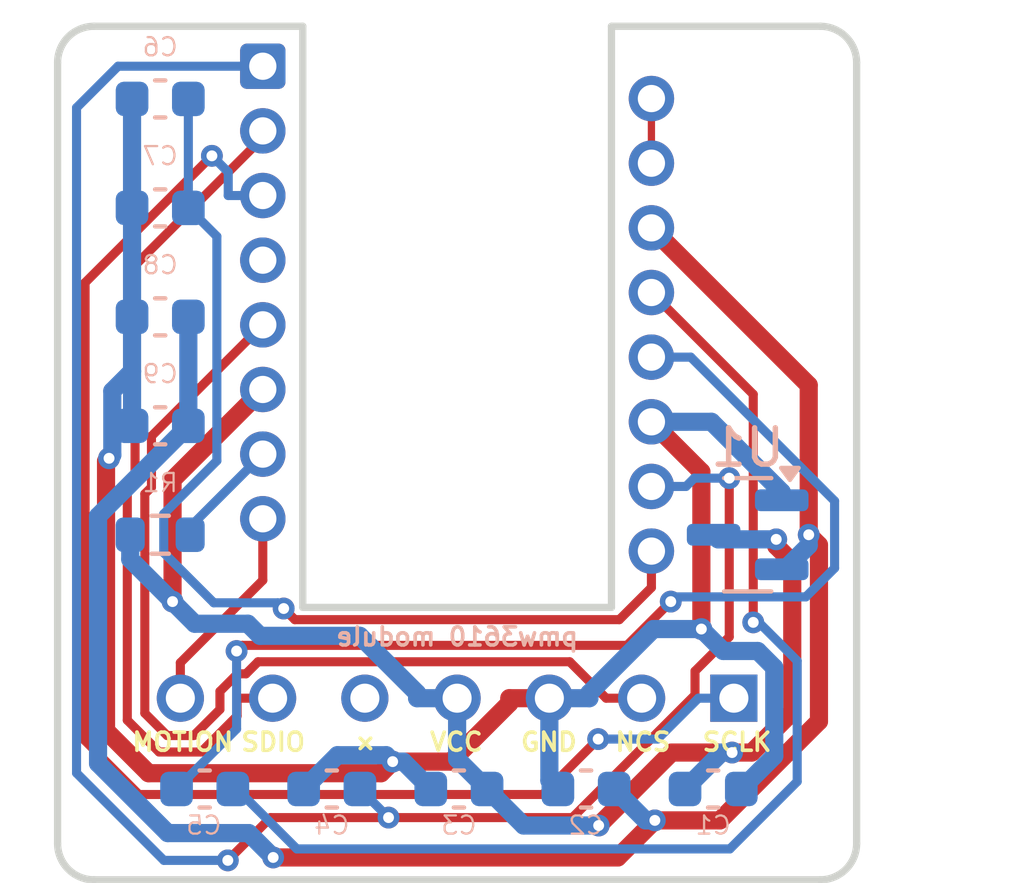
<source format=kicad_pcb>
(kicad_pcb (version 20240108) (generator "pcbnew") (generator_version "8.0")
  (layers (0 "F.Cu" signal) (31 "B.Cu" signal) (34 "B.Paste" user) (35 "F.Paste" user) (36 "B.SilkS" user "B.Silkscreen") (37 "F.SilkS" user "F.Silkscreen") (38 "B.Mask" user) (39 "F.Mask" user) (44 "Edge.Cuts" user))
  (net 0 "")
  (net 1 "VCC")
  (net 2 "GND")
  (net 3 "+1V9")
  (net 4 "Net-(U2-+VCSEL)")
  (net 5 "Net-(U2-CP)")
  (net 6 "Net-(U2-CN)")
  (net 7 "Net-(U2-VCP)")
  (net 8 "SDIO_2")
  (net 9 "SCLK_2")
  (net 10 "MOTION_2")
  (net 11 "NCS_2")
  (net 12 "Net-(U2-NRESET)")
  (net 13 "Net-(U2--VCSEL)")
  (footprint "pmw3610_breakout:PMW3610DM-SUDU 16Pin" (layer "F.Cu") (at 136 87.268 90)
    (property "Reference" "U2" (hide yes))
    (property "Value" "PMW3610")
    (pad "1" thru_hole roundrect (at 6.168 -5.35 270) (size 1.25 1.25) (drill 0.75) (layers "*.Cu" "*.Mask") (roundrect_rratio 0.15) (net 4 "Net-(U2-+VCSEL)"))
    (pad "2" thru_hole oval (at 4.388 -5.35 270) (size 1.25 1.25) (drill 0.75) (layers "*.Cu" "*.Mask") (net 8 "SDIO_2"))
    (pad "3" thru_hole oval (at 2.608 -5.35 270) (size 1.25 1.25) (drill 0.75) (layers "*.Cu" "*.Mask") (net 9 "SCLK_2"))
    (pad "4" thru_hole oval (at 0.828 -5.35 270) (size 1.25 1.25) (drill 0.75) (layers "*.Cu" "*.Mask"))
    (pad "5" thru_hole oval (at -0.952 -5.35 270) (size 1.25 1.25) (drill 0.75) (layers "*.Cu" "*.Mask") (net 11 "NCS_2"))
    (pad "6" thru_hole oval (at -2.732 -5.35 270) (size 1.25 1.25) (drill 0.75) (layers "*.Cu" "*.Mask") (net 1 "VCC"))
    (pad "7" thru_hole oval (at -4.512 -5.35 270) (size 1.25 1.25) (drill 0.75) (layers "*.Cu" "*.Mask") (net 12 "Net-(U2-NRESET)"))
    (pad "8" thru_hole oval (at -6.292 -5.35 270) (size 1.25 1.25) (drill 0.75) (layers "*.Cu" "*.Mask") (net 10 "MOTION_2"))
    (pad "9" thru_hole oval (at -7.182 5.35 270) (size 1.25 1.25) (drill 0.75) (layers "*.Cu" "*.Mask") (net 7 "Net-(U2-VCP)"))
    (pad "10" thru_hole oval (at -5.402 5.35 270) (size 1.25 1.25) (drill 0.75) (layers "*.Cu" "*.Mask") (net 4 "Net-(U2-+VCSEL)"))
    (pad "11" thru_hole oval (at -3.622 5.35 270) (size 1.25 1.25) (drill 0.75) (layers "*.Cu" "*.Mask") (net 2 "GND"))
    (pad "12" thru_hole oval (at -1.842 5.35 270) (size 1.25 1.25) (drill 0.75) (layers "*.Cu" "*.Mask") (net 5 "Net-(U2-CP)"))
    (pad "13" thru_hole oval (at -0.062 5.35 270) (size 1.25 1.25) (drill 0.75) (layers "*.Cu" "*.Mask") (net 6 "Net-(U2-CN)"))
    (pad "14" thru_hole oval (at 1.718 5.35 270) (size 1.25 1.25) (drill 0.75) (layers "*.Cu" "*.Mask") (net 3 "+1V9"))
    (pad "15" thru_hole oval (at 3.498 5.35 270) (size 1.25 1.25) (drill 0.75) (layers "*.Cu" "*.Mask") (net 13 "Net-(U2--VCSEL)"))
    (pad "16" thru_hole oval (at 5.278 5.35 270) (size 1.25 1.25) (drill 0.75) (layers "*.Cu" "*.Mask") (net 13 "Net-(U2--VCSEL)"))
  )
  (footprint "myfootprintLibrary:pmw3610_connector" (layer "F.Cu") (at 136 98.5 -90)
    (property "Reference" "J1" (hide yes))
    (property "Value" "Conn_01x08")
    (pad "1" thru_hole rect (at 0 -7.62 270) (size 1.3 1.3) (drill 0.8) (layers "*.Cu" "*.Mask") (net 9 "SCLK_2"))
    (pad "2" thru_hole oval (at 0 -5.08 270) (size 1.3 1.3) (drill 0.8) (layers "*.Cu" "*.Mask") (net 11 "NCS_2"))
    (pad "3" thru_hole oval (at 0 -2.54 270) (size 1.3 1.3) (drill 0.8) (layers "*.Cu" "*.Mask") (net 2 "GND"))
    (pad "4" thru_hole oval (at 0 0 270) (size 1.3 1.3) (drill 0.8) (layers "*.Cu" "*.Mask") (net 1 "VCC"))
    (pad "5" thru_hole oval (at 0 2.54 270) (size 1.3 1.3) (drill 0.8) (layers "*.Cu" "*.Mask"))
    (pad "6" thru_hole oval (at 0 5.08 270) (size 1.3 1.3) (drill 0.8) (layers "*.Cu" "*.Mask") (net 8 "SDIO_2"))
    (pad "7" thru_hole oval (at 0 7.62 270) (size 1.3 1.3) (drill 0.8) (layers "*.Cu" "*.Mask") (net 10 "MOTION_2"))
  )
  (footprint "Capacitor_SMD:C_0603_1608Metric" (layer "B.Cu") (at 139.55 101 180)
    (property "Reference" "C2" (at 0 -1 180) (layer "B.SilkS") (effects (font (size 0.5 0.5) (thickness 0.0625)) (justify mirror)))
    (property "Value" "1u")
    (fp_line (start 0.14058 0.51) (end -0.14058 0.51) (stroke (width 0.12)) (layer "B.SilkS"))
    (fp_line (start 0.14058 -0.51) (end -0.14058 -0.51) (stroke (width 0.12)) (layer "B.SilkS"))
    (pad "1" smd roundrect (at -0.775 0 180) (size 0.9 0.95) (layers "B.Cu" "B.Paste" "B.Mask") (net 3 "+1V9"))
    (pad "2" smd roundrect (at 0.775 0 180) (size 0.9 0.95) (layers "B.Cu" "B.Paste" "B.Mask") (net 2 "GND"))
  )
  (footprint "Capacitor_SMD:C_0603_1608Metric" (layer "B.Cu") (at 127.825 85 180)
    (property "Reference" "C7" (at 0 1.43 180) (layer "B.SilkS") (effects (font (size 0.5 0.5) (thickness 0.0625)) (justify mirror)))
    (property "Value" " 10n (X7R)")
    (fp_line (start 0.14058 0.51) (end -0.14058 0.51) (stroke (width 0.12)) (layer "B.SilkS"))
    (fp_line (start 0.14058 -0.51) (end -0.14058 -0.51) (stroke (width 0.12)) (layer "B.SilkS"))
    (pad "1" smd roundrect (at -0.775 0 180) (size 0.9 0.95) (layers "B.Cu" "B.Paste" "B.Mask") (net 7 "Net-(U2-VCP)"))
    (pad "2" smd roundrect (at 0.775 0 180) (size 0.9 0.95) (layers "B.Cu" "B.Paste" "B.Mask") (net 2 "GND"))
  )
  (footprint "Capacitor_SMD:C_0603_1608Metric" (layer "B.Cu") (at 129.05 101 180)
    (property "Reference" "C5" (at 0.025 -1 180) (layer "B.SilkS") (effects (font (size 0.5 0.5) (thickness 0.0625)) (justify mirror)))
    (property "Value" " 100n (X7R)")
    (fp_line (start 0.14058 0.51) (end -0.14058 0.51) (stroke (width 0.12)) (layer "B.SilkS"))
    (fp_line (start 0.14058 -0.51) (end -0.14058 -0.51) (stroke (width 0.12)) (layer "B.SilkS"))
    (pad "1" smd roundrect (at -0.775 0 180) (size 0.9 0.95) (layers "B.Cu" "B.Paste" "B.Mask") (net 6 "Net-(U2-CN)"))
    (pad "2" smd roundrect (at 0.775 0 180) (size 0.9 0.95) (layers "B.Cu" "B.Paste" "B.Mask") (net 5 "Net-(U2-CP)"))
  )
  (footprint "Capacitor_SMD:C_0603_1608Metric" (layer "B.Cu") (at 143.05 101 180)
    (property "Reference" "C1" (at 0 -1 180) (layer "B.SilkS") (effects (font (size 0.5 0.5) (thickness 0.0625)) (justify mirror)))
    (property "Value" "1u")
    (fp_line (start 0.14058 0.51) (end -0.14058 0.51) (stroke (width 0.12)) (layer "B.SilkS"))
    (fp_line (start 0.14058 -0.51) (end -0.14058 -0.51) (stroke (width 0.12)) (layer "B.SilkS"))
    (pad "1" smd roundrect (at -0.775 0 180) (size 0.9 0.95) (layers "B.Cu" "B.Paste" "B.Mask") (net 2 "GND"))
    (pad "2" smd roundrect (at 0.775 0 180) (size 0.9 0.95) (layers "B.Cu" "B.Paste" "B.Mask") (net 1 "VCC"))
  )
  (footprint "Capacitor_SMD:C_0603_1608Metric" (layer "B.Cu") (at 127.825 91 180)
    (property "Reference" "C9" (at 0 1.43 180) (layer "B.SilkS") (effects (font (size 0.5 0.5) (thickness 0.0625)) (justify mirror)))
    (property "Value" "3.3u/16V")
    (fp_line (start 0.14058 0.51) (end -0.14058 0.51) (stroke (width 0.12)) (layer "B.SilkS"))
    (fp_line (start 0.14058 -0.51) (end -0.14058 -0.51) (stroke (width 0.12)) (layer "B.SilkS"))
    (pad "1" smd roundrect (at -0.775 0 180) (size 0.9 0.95) (layers "B.Cu" "B.Paste" "B.Mask") (net 3 "+1V9"))
    (pad "2" smd roundrect (at 0.775 0 180) (size 0.9 0.95) (layers "B.Cu" "B.Paste" "B.Mask") (net 2 "GND"))
  )
  (footprint "Package_TO_SOT_SMD:SOT-23" (layer "B.Cu") (at 144 94 180)
    (property "Reference" "U1" (at 0 2.4 180) (layer "B.SilkS") (effects (justify mirror)))
    (property "Value" "MCP1700x-180xxTT")
    (fp_line (start 0.65 1.56) (end 0 1.56) (stroke (width 0.12)) (layer "B.SilkS"))
    (fp_line (start 0.65 -1.56) (end 0 -1.56) (stroke (width 0.12)) (layer "B.SilkS"))
    (fp_line (start -0.65 1.56) (end 0 1.56) (stroke (width 0.12)) (layer "B.SilkS"))
    (fp_line (start -0.65 -1.56) (end 0 -1.56) (stroke (width 0.12)) (layer "B.SilkS"))
    (fp_poly (pts (xy -1.1625 1.51) (xy -1.4025 1.84) (xy -0.9225 1.84) (xy -1.1625 1.51)) (stroke (width 0.12)) (fill solid) (layer "B.SilkS"))
    (pad "1" smd roundrect (at -0.9375 0.95 180) (size 1.475 0.6) (layers "B.Cu" "B.Paste" "B.Mask") (net 2 "GND"))
    (pad "2" smd roundrect (at -0.9375 -0.95 180) (size 1.475 0.6) (layers "B.Cu" "B.Paste" "B.Mask") (net 3 "+1V9"))
    (pad "3" smd roundrect (at 0.9375 0 180) (size 1.475 0.6) (layers "B.Cu" "B.Paste" "B.Mask") (net 1 "VCC"))
  )
  (footprint "Capacitor_SMD:C_0603_1608Metric" (layer "B.Cu") (at 127.825 88 180)
    (property "Reference" "C8" (at 0 1.43 180) (layer "B.SilkS") (effects (font (size 0.5 0.5) (thickness 0.0625)) (justify mirror)))
    (property "Value" "100n")
    (fp_line (start 0.14058 0.51) (end -0.14058 0.51) (stroke (width 0.12)) (layer "B.SilkS"))
    (fp_line (start 0.14058 -0.51) (end -0.14058 -0.51) (stroke (width 0.12)) (layer "B.SilkS"))
    (pad "1" smd roundrect (at -0.775 0 180) (size 0.9 0.95) (layers "B.Cu" "B.Paste" "B.Mask") (net 3 "+1V9"))
    (pad "2" smd roundrect (at 0.775 0 180) (size 0.9 0.95) (layers "B.Cu" "B.Paste" "B.Mask") (net 2 "GND"))
  )
  (footprint "Capacitor_SMD:C_0603_1608Metric" (layer "B.Cu") (at 127.825 82 180)
    (property "Reference" "C6" (at 0 1.43 180) (layer "B.SilkS") (effects (font (size 0.5 0.5) (thickness 0.0625)) (justify mirror)))
    (property "Value" " 10u (X7R)")
    (fp_line (start 0.14058 0.51) (end -0.14058 0.51) (stroke (width 0.12)) (layer "B.SilkS"))
    (fp_line (start 0.14058 -0.51) (end -0.14058 -0.51) (stroke (width 0.12)) (layer "B.SilkS"))
    (pad "1" smd roundrect (at -0.775 0 180) (size 0.9 0.95) (layers "B.Cu" "B.Paste" "B.Mask") (net 7 "Net-(U2-VCP)"))
    (pad "2" smd roundrect (at 0.775 0 180) (size 0.9 0.95) (layers "B.Cu" "B.Paste" "B.Mask") (net 2 "GND"))
  )
  (footprint "Capacitor_SMD:C_0603_1608Metric" (layer "B.Cu") (at 132.55 101 180)
    (property "Reference" "C4" (at 0 -1 180) (layer "B.SilkS") (effects (font (size 0.5 0.5) (thickness 0.0625)) (justify mirror)))
    (property "Value" "10n")
    (fp_line (start 0.14058 0.51) (end -0.14058 0.51) (stroke (width 0.12)) (layer "B.SilkS"))
    (fp_line (start 0.14058 -0.51) (end -0.14058 -0.51) (stroke (width 0.12)) (layer "B.SilkS"))
    (pad "1" smd roundrect (at -0.775 0 180) (size 0.9 0.95) (layers "B.Cu" "B.Paste" "B.Mask") (net 4 "Net-(U2-+VCSEL)"))
    (pad "2" smd roundrect (at 0.775 0 180) (size 0.9 0.95) (layers "B.Cu" "B.Paste" "B.Mask") (net 2 "GND"))
  )
  (footprint "Capacitor_SMD:C_0603_1608Metric" (layer "B.Cu") (at 136.05 101 180)
    (property "Reference" "C3" (at 0 -1 180) (layer "B.SilkS") (effects (font (size 0.5 0.5) (thickness 0.0625)) (justify mirror)))
    (property "Value" "100n")
    (fp_line (start 0.14058 0.51) (end -0.14058 0.51) (stroke (width 0.12)) (layer "B.SilkS"))
    (fp_line (start 0.14058 -0.51) (end -0.14058 -0.51) (stroke (width 0.12)) (layer "B.SilkS"))
    (pad "1" smd roundrect (at -0.775 0 180) (size 0.9 0.95) (layers "B.Cu" "B.Paste" "B.Mask") (net 1 "VCC"))
    (pad "2" smd roundrect (at 0.775 0 180) (size 0.9 0.95) (layers "B.Cu" "B.Paste" "B.Mask") (net 2 "GND"))
  )
  (footprint "Resistor_SMD:R_0603_1608Metric" (layer "B.Cu") (at 127.825 94 180)
    (property "Reference" "R1" (at 0 1.43 180) (layer "B.SilkS") (effects (font (size 0.5 0.5) (thickness 0.0625)) (justify mirror)))
    (property "Value" "2M")
    (fp_line (start 0.237258 0.5225) (end -0.237258 0.5225) (stroke (width 0.12)) (layer "B.SilkS"))
    (fp_line (start 0.237258 -0.5225) (end -0.237258 -0.5225) (stroke (width 0.12)) (layer "B.SilkS"))
    (pad "1" smd roundrect (at -0.825 0 180) (size 0.8 0.95) (layers "B.Cu" "B.Paste" "B.Mask") (net 12 "Net-(U2-NRESET)"))
    (pad "2" smd roundrect (at 0.825 0 180) (size 0.8 0.95) (layers "B.Cu" "B.Paste" "B.Mask") (net 1 "VCC"))
  )
  (gr_arc (start 126 103.5) (mid 125.292893 103.207107) (end 125 102.5) (stroke (width 0.2)) (layer "Edge.Cuts"))
  (gr_line (start 140.25 96) (end 140.25 80) (stroke (width 0.2)) (layer "Edge.Cuts"))
  (gr_line (start 140.25 80) (end 146 80) (stroke (width 0.2)) (layer "Edge.Cuts"))
  (gr_arc (start 146 80) (mid 146.707107 80.292893) (end 147 81) (stroke (width 0.2)) (layer "Edge.Cuts"))
  (gr_arc (start 147 102.5) (mid 146.707107 103.207107) (end 146 103.5) (stroke (width 0.2)) (layer "Edge.Cuts"))
  (gr_line (start 147 81) (end 147 102.5) (stroke (width 0.2)) (layer "Edge.Cuts"))
  (gr_line (start 125 102.5) (end 125 81) (stroke (width 0.2)) (layer "Edge.Cuts"))
  (gr_line (start 131.75 96) (end 131.75 80) (stroke (width 0.2)) (layer "Edge.Cuts"))
  (gr_line (start 131.75 80) (end 126 80) (stroke (width 0.2)) (layer "Edge.Cuts"))
  (gr_line (start 131.75 96) (end 140.25 96) (stroke (width 0.2)) (layer "Edge.Cuts"))
  (gr_line (start 126 103.5) (end 146 103.5) (stroke (width 0.2)) (layer "Edge.Cuts"))
  (gr_arc (start 125 81) (mid 125.292893 80.292893) (end 126 80) (stroke (width 0.2)) (layer "Edge.Cuts"))
  (gr_text "pmw3610 module\n" (at 136 97.1 0) (layer "B.SilkS") (effects (font (size 0.5 0.5) (thickness 0.1)) (justify bottom mirror)))
  (gr_text "VCC" (at 135.2 100 0) (layer "F.SilkS") (effects (font (size 0.5 0.5) (thickness 0.1)) (justify left bottom)))
  (gr_text "GND" (at 137.7 100 0) (layer "F.SilkS") (effects (font (size 0.5 0.5) (thickness 0.1)) (justify left bottom)))
  (gr_text "MOTION" (at 127 100 0) (layer "F.SilkS") (effects (font (size 0.5 0.5) (thickness 0.1)) (justify left bottom)))
  (gr_text "SDIO" (at 130 100 0) (layer "F.SilkS") (effects (font (size 0.5 0.5) (thickness 0.1)) (justify left bottom)))
  (gr_text "NCS\n" (at 140.3 100 0) (layer "F.SilkS") (effects (font (size 0.5 0.5) (thickness 0.1)) (justify left bottom)))
  (gr_text "×" (at 133.1 100 0) (layer "F.SilkS") (effects (font (size 0.5 0.5) (thickness 0.1)) (justify left bottom)))
  (gr_text "SCLK" (at 142.7 100 0) (layer "F.SilkS") (effects (font (size 0.5 0.5) (thickness 0.1)) (justify left bottom)))
  (segment (start 145.2275 94.7513) (end 144.7863 94.3101) (width 0.5) (layer "F.Cu") (net 1))
  (segment (start 128.1653 92.4847) (end 128.1653 95.8399) (width 0.5) (layer "F.Cu") (net 1))
  (segment (start 128.1653 95.8399) (end 128.1652 95.8399) (width 0.5) (layer "F.Cu") (net 1))
  (segment (start 144.7863 94.3101) (end 144.7863 94.1266) (width 0.5) (layer "F.Cu") (net 1))
  (segment (start 139.8973 102.0055) (end 141.9062 99.9966) (width 0.5) (layer "F.Cu") (net 1))
  (segment (start 130.65 90) (end 128.1653 92.4847) (width 0.5) (layer "F.Cu") (net 1))
  (segment (start 141.9062 99.9966) (end 143.5715 99.9966) (width 0.5) (layer "F.Cu") (net 1))
  (segment (start 143.5715 99.9966) (end 144.1116 99.9966) (width 0.5) (layer "F.Cu") (net 1))
  (segment (start 144.1116 99.9966) (end 145.2275 98.8807) (width 0.5) (layer "F.Cu") (net 1))
  (segment (start 145.2275 98.8807) (end 145.2275 94.7513) (width 0.5) (layer "F.Cu") (net 1))
  (via (at 139.8973 102.0055) (size 0.6) (drill 0.3) (layers "F.Cu" "B.Cu") (net 1))
  (via (at 143.5715 99.9966) (size 0.6) (drill 0.3) (layers "F.Cu" "B.Cu") (net 1))
  (via (at 144.7863 94.1266) (size 0.6) (drill 0.3) (layers "F.Cu" "B.Cu") (net 1))
  (via (at 128.1652 95.8399) (size 0.6) (drill 0.3) (layers "F.Cu" "B.Cu") (net 1))
  (segment (start 127 94) (end 127 94.6747) (width 0.5) (layer "B.Cu") (net 1))
  (segment (start 128.7752 96.4499) (end 128.1652 95.8399) (width 0.5) (layer "B.Cu") (net 1))
  (segment (start 143.0625 94) (end 143.1891 94.1266) (width 0.5) (layer "B.Cu") (net 1))
  (segment (start 133.3212 96.7829) (end 130.5727 96.7829) (width 0.5) (layer "B.Cu") (net 1))
  (segment (start 143.2784 99.9966) (end 143.5715 99.9966) (width 0.5) (layer "B.Cu") (net 1))
  (segment (start 136 98.5) (end 134.8983 98.5) (width 0.5) (layer "B.Cu") (net 1))
  (segment (start 143.1891 94.1266) (end 144.7863 94.1266) (width 0.5) (layer "B.Cu") (net 1))
  (segment (start 134.8983 98.5) (end 134.8983 98.36) (width 0.5) (layer "B.Cu") (net 1))
  (segment (start 130.5727 96.7829) (end 130.2397 96.4499) (width 0.5) (layer "B.Cu") (net 1))
  (segment (start 127 94.6747) (end 128.1652 95.8399) (width 0.5) (layer "B.Cu") (net 1))
  (segment (start 136.825 101) (end 136 100.175) (width 0.5) (layer "B.Cu") (net 1))
  (segment (start 136.825 101) (end 137.8305 102.0055) (width 0.5) (layer "B.Cu") (net 1))
  (segment (start 134.8983 98.36) (end 133.3212 96.7829) (width 0.5) (layer "B.Cu") (net 1))
  (segment (start 142.275 101) (end 143.2784 99.9966) (width 0.5) (layer "B.Cu") (net 1))
  (segment (start 130.2397 96.4499) (end 128.7752 96.4499) (width 0.5) (layer "B.Cu") (net 1))
  (segment (start 136 100.175) (end 136 98.5) (width 0.5) (layer "B.Cu") (net 1))
  (segment (start 137.8305 102.0055) (end 139.8973 102.0055) (width 0.5) (layer "B.Cu") (net 1))
  (segment (start 137.4383 98.64) (end 137.4383 98.5) (width 0.5) (layer "F.Cu") (net 2))
  (segment (start 134.2257 100.2461) (end 135.8322 100.2461) (width 0.5) (layer "F.Cu") (net 2))
  (segment (start 138.54 98.5) (end 137.4383 98.5) (width 0.5) (layer "F.Cu") (net 2))
  (segment (start 127.5045 100.5655) (end 126.3338 99.3948) (width 0.5) (layer "F.Cu") (net 2))
  (segment (start 135.8322 100.2461) (end 137.4383 98.64) (width 0.5) (layer "F.Cu") (net 2))
  (segment (start 142.7251 92.2651) (end 142.7251 96.5959) (width 0.5) (layer "F.Cu") (net 2))
  (segment (start 126.3338 91.9778) (end 126.4169 91.8947) (width 0.5) (layer "F.Cu") (net 2))
  (segment (start 126.3338 99.3948) (end 126.3338 91.9778) (width 0.5) (layer "F.Cu") (net 2))
  (segment (start 134.2257 100.2461) (end 133.9063 100.5655) (width 0.5) (layer "F.Cu") (net 2))
  (segment (start 133.9063 100.5655) (end 127.5045 100.5655) (width 0.5) (layer "F.Cu") (net 2))
  (segment (start 141.35 90.89) (end 142.7251 92.2651) (width 0.5) (layer "F.Cu") (net 2))
  (via (at 134.2257 100.2461) (size 0.6) (drill 0.3) (layers "F.Cu" "B.Cu") (net 2))
  (via (at 126.4169 91.8947) (size 0.6) (drill 0.3) (layers "F.Cu" "B.Cu") (net 2))
  (via (at 142.7251 96.5959) (size 0.6) (drill 0.3) (layers "F.Cu" "B.Cu") (net 2))
  (segment (start 134.049 100.0694) (end 132.7056 100.0694) (width 0.5) (layer "B.Cu") (net 2))
  (segment (start 143.825 101) (end 144.7319 100.0931) (width 0.5) (layer "B.Cu") (net 2))
  (segment (start 126.417 91.8947) (end 126.4169 91.8947) (width 0.5) (layer "B.Cu") (net 2))
  (segment (start 138.54 98.5) (end 138.54 100.765) (width 0.5) (layer "B.Cu") (net 2))
  (segment (start 144.7319 100.0931) (end 144.7319 97.6547) (width 0.5) (layer "B.Cu") (net 2))
  (segment (start 138.54 98.5) (end 139.6417 98.5) (width 0.5) (layer "B.Cu") (net 2))
  (segment (start 139.6417 98.36) (end 141.4058 96.5959) (width 0.5) (layer "B.Cu") (net 2))
  (segment (start 134.5211 100.2461) (end 134.2257 100.2461) (width 0.5) (layer "B.Cu") (net 2))
  (segment (start 139.6417 98.5) (end 139.6417 98.36) (width 0.5) (layer "B.Cu") (net 2))
  (segment (start 144.7319 97.6547) (end 144.2774 97.2002) (width 0.5) (layer "B.Cu") (net 2))
  (segment (start 144.2774 97.2002) (end 143.3294 97.2002) (width 0.5) (layer "B.Cu") (net 2))
  (segment (start 143.004 90.89) (end 141.35 90.89) (width 0.5) (layer "B.Cu") (net 2))
  (segment (start 135.275 101) (end 134.5211 100.2461) (width 0.5) (layer "B.Cu") (net 2))
  (segment (start 144.9375 93.05) (end 144.9375 92.8235) (width 0.5) (layer "B.Cu") (net 2))
  (segment (start 134.2257 100.2461) (end 134.049 100.0694) (width 0.5) (layer "B.Cu") (net 2))
  (segment (start 127.05 89.5) (end 126.5059 90.0441) (width 0.5) (layer "B.Cu") (net 2))
  (segment (start 127.05 88) (end 127.05 89.5) (width 0.5) (layer "B.Cu") (net 2))
  (segment (start 126.5059 91.8058) (end 126.417 91.8947) (width 0.5) (layer "B.Cu") (net 2))
  (segment (start 141.4058 96.5959) (end 142.7251 96.5959) (width 0.5) (layer "B.Cu") (net 2))
  (segment (start 144.9375 92.8235) (end 143.004 90.89) (width 0.5) (layer "B.Cu") (net 2))
  (segment (start 127.05 85) (end 127.05 88) (width 0.5) (layer "B.Cu") (net 2))
  (segment (start 143.3294 97.2002) (end 142.7251 96.5959) (width 0.5) (layer "B.Cu") (net 2))
  (segment (start 127.05 89.5) (end 127.05 91) (width 0.5) (layer "B.Cu") (net 2))
  (segment (start 132.7056 100.0694) (end 131.775 101) (width 0.5) (layer "B.Cu") (net 2))
  (segment (start 127.05 82) (end 127.05 85) (width 0.5) (layer "B.Cu") (net 2))
  (segment (start 138.54 100.765) (end 138.775 101) (width 0.5) (layer "B.Cu") (net 2))
  (segment (start 126.5059 90.0441) (end 126.5059 91.8058) (width 0.5) (layer "B.Cu") (net 2))
  (segment (start 145.9631 99.1375) (end 145.9631 94.282) (width 0.5) (layer "F.Cu") (net 3))
  (segment (start 145.9631 94.282) (end 145.6811 94) (width 0.5) (layer "F.Cu") (net 3))
  (segment (start 130.9354 102.8849) (end 140.424 102.8849) (width 0.5) (layer "F.Cu") (net 3))
  (segment (start 140.424 102.8849) (end 141.4447 101.8642) (width 0.5) (layer "F.Cu") (net 3))
  (segment (start 143.2364 101.8642) (end 145.9631 99.1375) (width 0.5) (layer "F.Cu") (net 3))
  (segment (start 141.35 85.55) (end 145.6811 89.8811) (width 0.5) (layer "F.Cu") (net 3))
  (segment (start 145.6811 89.8811) (end 145.6811 94) (width 0.5) (layer "F.Cu") (net 3))
  (segment (start 141.4447 101.8642) (end 143.2364 101.8642) (width 0.5) (layer "F.Cu") (net 3))
  (via (at 145.6811 94) (size 0.6) (drill 0.3) (layers "F.Cu" "B.Cu") (net 3))
  (via (at 130.9354 102.8849) (size 0.6) (drill 0.3) (layers "F.Cu" "B.Cu") (net 3))
  (via (at 141.4447 101.8642) (size 0.6) (drill 0.3) (layers "F.Cu" "B.Cu") (net 3))
  (segment (start 130.2644 102.2139) (end 128.0324 102.2139) (width 0.5) (layer "B.Cu") (net 3))
  (segment (start 145.026 94.95) (end 145.6811 94.2949) (width 0.5) (layer "B.Cu") (net 3))
  (segment (start 144.9375 94.95) (end 145.026 94.95) (width 0.5) (layer "B.Cu") (net 3))
  (segment (start 145.6811 94.2949) (end 145.6811 94) (width 0.5) (layer "B.Cu") (net 3))
  (segment (start 126.1139 93.4861) (end 128.6 91) (width 0.5) (layer "B.Cu") (net 3))
  (segment (start 128.6 91) (end 128.6 88) (width 0.5) (layer "B.Cu") (net 3))
  (segment (start 141.1892 101.8642) (end 141.4447 101.8642) (width 0.5) (layer "B.Cu") (net 3))
  (segment (start 130.9354 102.8849) (end 130.2644 102.2139) (width 0.5) (layer "B.Cu") (net 3))
  (segment (start 128.0324 102.2139) (end 126.1139 100.2954) (width 0.5) (layer "B.Cu") (net 3))
  (segment (start 140.325 101) (end 141.1892 101.8642) (width 0.5) (layer "B.Cu") (net 3))
  (segment (start 126.1139 100.2954) (end 126.1139 93.4861) (width 0.5) (layer "B.Cu") (net 3))
  (segment (start 134.1123 101.7873) (end 139.174 101.7873) (width 0.25) (layer "F.Cu") (net 4))
  (segment (start 134.1123 101.7874) (end 134.1123 101.7873) (width 0.25) (layer "F.Cu") (net 4))
  (segment (start 130.8648 101.7874) (end 134.1123 101.7874) (width 0.25) (layer "F.Cu") (net 4))
  (segment (start 143.4928 96.8117) (end 143.4928 92.4419) (width 0.25) (layer "F.Cu") (net 4))
  (segment (start 142.5503 98.411) (end 142.5503 97.7542) (width 0.25) (layer "F.Cu") (net 4))
  (segment (start 139.174 101.7873) (end 142.5503 98.411) (width 0.25) (layer "F.Cu") (net 4))
  (segment (start 129.6866 102.9656) (end 130.8648 101.7874) (width 0.25) (layer "F.Cu") (net 4))
  (segment (start 142.5503 97.7542) (end 143.4928 96.8117) (width 0.25) (layer "F.Cu") (net 4))
  (via (at 143.4928 92.4419) (size 0.6) (drill 0.3) (layers "F.Cu" "B.Cu") (net 4))
  (via (at 134.1123 101.7873) (size 0.6) (drill 0.3) (layers "F.Cu" "B.Cu") (net 4))
  (via (at 129.6866 102.9656) (size 0.6) (drill 0.3) (layers "F.Cu" "B.Cu") (net 4))
  (segment (start 141.35 92.67) (end 142.3017 92.67) (width 0.25) (layer "B.Cu") (net 4))
  (segment (start 125.5218 82.2428) (end 125.5218 100.5606) (width 0.25) (layer "B.Cu") (net 4))
  (segment (start 133.325 101) (end 134.1123 101.7873) (width 0.25) (layer "B.Cu") (net 4))
  (segment (start 126.6646 81.1) (end 125.5218 82.2428) (width 0.25) (layer "B.Cu") (net 4))
  (segment (start 125.5218 100.5606) (end 127.9268 102.9656) (width 0.25) (layer "B.Cu") (net 4))
  (segment (start 142.5298 92.4419) (end 142.3017 92.67) (width 0.25) (layer "B.Cu") (net 4))
  (segment (start 130.65 81.1) (end 126.6646 81.1) (width 0.25) (layer "B.Cu") (net 4))
  (segment (start 143.4928 92.4419) (end 142.5298 92.4419) (width 0.25) (layer "B.Cu") (net 4))
  (segment (start 127.9268 102.9656) (end 129.6866 102.9656) (width 0.25) (layer "B.Cu") (net 4))
  (segment (start 130.0847 97.0452) (end 140.6778 97.0452) (width 0.25) (layer "F.Cu") (net 5))
  (segment (start 129.9283 97.2016) (end 130.0847 97.0452) (width 0.25) (layer "F.Cu") (net 5))
  (segment (start 140.6778 97.0452) (end 141.8824 95.8406) (width 0.25) (layer "F.Cu") (net 5))
  (via (at 129.9283 97.2016) (size 0.6) (drill 0.3) (layers "F.Cu" "B.Cu") (net 5))
  (via (at 141.8824 95.8406) (size 0.6) (drill 0.3) (layers "F.Cu" "B.Cu") (net 5))
  (segment (start 141.35 89.11) (end 142.4332 89.11) (width 0.25) (layer "B.Cu") (net 5))
  (segment (start 146.3933 94.9184) (end 145.6013 95.7104) (width 0.25) (layer "B.Cu") (net 5))
  (segment (start 129.9283 99.3467) (end 129.9283 97.2016) (width 0.25) (layer "B.Cu") (net 5))
  (segment (start 145.6013 95.7104) (end 142.0126 95.7104) (width 0.25) (layer "B.Cu") (net 5))
  (segment (start 128.275 101) (end 129.9283 99.3467) (width 0.25) (layer "B.Cu") (net 5))
  (segment (start 146.3933 93.0701) (end 146.3933 94.9184) (width 0.25) (layer "B.Cu") (net 5))
  (segment (start 142.4332 89.11) (end 146.3933 93.0701) (width 0.25) (layer "B.Cu") (net 5))
  (segment (start 142.0126 95.7104) (end 141.8824 95.8406) (width 0.25) (layer "B.Cu") (net 5))
  (segment (start 141.35 87.33) (end 144.1535 90.1335) (width 0.25) (layer "F.Cu") (net 6))
  (segment (start 144.1535 90.1335) (end 144.1535 96.4123) (width 0.25) (layer "F.Cu") (net 6))
  (via (at 144.1535 96.4123) (size 0.6) (drill 0.3) (layers "F.Cu" "B.Cu") (net 6))
  (segment (start 144.3052 96.4123) (end 144.1535 96.4123) (width 0.25) (layer "B.Cu") (net 6))
  (segment (start 143.5095 102.6499) (end 145.3636 100.7958) (width 0.25) (layer "B.Cu") (net 6))
  (segment (start 131.5867 102.6499) (end 143.5095 102.6499) (width 0.25) (layer "B.Cu") (net 6))
  (segment (start 129.825 101) (end 129.9368 101) (width 0.25) (layer "B.Cu") (net 6))
  (segment (start 145.3636 97.4707) (end 144.3052 96.4123) (width 0.25) (layer "B.Cu") (net 6))
  (segment (start 129.9368 101) (end 131.5867 102.6499) (width 0.25) (layer "B.Cu") (net 6))
  (segment (start 145.3636 100.7958) (end 145.3636 97.4707) (width 0.25) (layer "B.Cu") (net 6))
  (segment (start 141.35 94.45) (end 141.35 95.4539) (width 0.25) (layer "F.Cu") (net 7))
  (segment (start 141.35 95.4539) (end 140.4665 96.3374) (width 0.25) (layer "F.Cu") (net 7))
  (segment (start 131.5311 96.3374) (end 131.2249 96.0312) (width 0.25) (layer "F.Cu") (net 7))
  (segment (start 140.4665 96.3374) (end 131.5311 96.3374) (width 0.25) (layer "F.Cu") (net 7))
  (via (at 131.2249 96.0312) (size 0.6) (drill 0.3) (layers "F.Cu" "B.Cu") (net 7))
  (segment (start 129.3849 85.7849) (end 128.6 85) (width 0.25) (layer "B.Cu") (net 7))
  (segment (start 128.6 82) (end 128.6 85) (width 0.25) (layer "B.Cu") (net 7))
  (segment (start 131.0669 95.8732) (end 129.3004 95.8732) (width 0.25) (layer "B.Cu") (net 7))
  (segment (start 129.3004 95.8732) (end 127.9225 94.4953) (width 0.25) (layer "B.Cu") (net 7))
  (segment (start 127.9225 93.4257) (end 129.3849 91.9633) (width 0.25) (layer "B.Cu") (net 7))
  (segment (start 131.2249 96.0312) (end 131.0669 95.8732) (width 0.25) (layer "B.Cu") (net 7))
  (segment (start 129.3849 91.9633) (end 129.3849 85.7849) (width 0.25) (layer "B.Cu") (net 7))
  (segment (start 127.9225 94.4953) (end 127.9225 93.4257) (width 0.25) (layer "B.Cu") (net 7))
  (segment (start 126.9193 92.6808) (end 127.1326 92.4675) (width 0.25) (layer "F.Cu") (net 8))
  (segment (start 127.795 99.9817) (end 126.9193 99.106) (width 0.25) (layer "F.Cu") (net 8))
  (segment (start 126.9193 99.106) (end 126.9193 92.6808) (width 0.25) (layer "F.Cu") (net 8))
  (segment (start 127.1326 86.5827) (end 130.65 83.0653) (width 0.25) (layer "F.Cu") (net 8))
  (segment (start 130.65 83.0653) (end 130.65 82.88) (width 0.25) (layer "F.Cu") (net 8))
  (segment (start 127.1326 92.4675) (end 127.1326 86.5827) (width 0.25) (layer "F.Cu") (net 8))
  (segment (start 129.9433 98.5) (end 129.9433 98.9883) (width 0.25) (layer "F.Cu") (net 8))
  (segment (start 130.92 98.5) (end 129.9433 98.5) (width 0.25) (layer "F.Cu") (net 8))
  (segment (start 128.9499 99.9817) (end 127.795 99.9817) (width 0.25) (layer "F.Cu") (net 8))
  (segment (start 129.9433 98.9883) (end 128.9499 99.9817) (width 0.25) (layer "F.Cu") (net 8))
  (segment (start 125.7571 87.0586) (end 129.2487 83.567) (width 0.25) (layer "F.Cu") (net 9))
  (segment (start 125.7571 99.671) (end 125.7571 87.0586) (width 0.25) (layer "F.Cu") (net 9))
  (segment (start 127.2375 101.1514) (end 125.7571 99.671) (width 0.25) (layer "F.Cu") (net 9))
  (segment (start 138.358 101.1514) (end 127.2375 101.1514) (width 0.25) (layer "F.Cu") (net 9))
  (segment (start 139.884 99.6254) (end 138.358 101.1514) (width 0.25) (layer "F.Cu") (net 9))
  (via (at 139.884 99.6254) (size 0.6) (drill 0.3) (layers "F.Cu" "B.Cu") (net 9))
  (via (at 129.2487 83.567) (size 0.6) (drill 0.3) (layers "F.Cu" "B.Cu") (net 9))
  (segment (start 129.6983 84.0166) (end 129.6983 84.66) (width 0.25) (layer "B.Cu") (net 9))
  (segment (start 143.62 98.5) (end 142.6433 98.5) (width 0.25) (layer "B.Cu") (net 9))
  (segment (start 130.65 84.66) (end 129.6983 84.66) (width 0.25) (layer "B.Cu") (net 9))
  (segment (start 141.5179 99.6254) (end 139.884 99.6254) (width 0.25) (layer "B.Cu") (net 9))
  (segment (start 142.6433 98.5) (end 141.5179 99.6254) (width 0.25) (layer "B.Cu") (net 9))
  (segment (start 129.2487 83.567) (end 129.6983 84.0166) (width 0.25) (layer "B.Cu") (net 9))
  (segment (start 130.65 93.56) (end 130.65 95.2533) (width 0.25) (layer "F.Cu") (net 10))
  (segment (start 128.38 98.5) (end 128.38 97.5233) (width 0.25) (layer "F.Cu") (net 10))
  (segment (start 130.65 95.2533) (end 128.38 97.5233) (width 0.25) (layer "F.Cu") (net 10))
  (segment (start 129.47 98.8078) (end 129.47 98.3114) (width 0.25) (layer "F.Cu") (net 11))
  (segment (start 130.1879 97.8283) (end 130.5193 97.4969) (width 0.25) (layer "F.Cu") (net 11))
  (segment (start 127.5843 92.6915) (end 127.4014 92.8744) (width 0.25) (layer "F.Cu") (net 11))
  (segment (start 128.0172 99.5285) (end 128.7493 99.5285) (width 0.25) (layer "F.Cu") (net 11))
  (segment (start 127.4014 92.8744) (end 127.4014 98.9127) (width 0.25) (layer "F.Cu") (net 11))
  (segment (start 130.65 88.22) (end 127.5843 91.2857) (width 0.25) (layer "F.Cu") (net 11))
  (segment (start 127.4014 98.9127) (end 128.0172 99.5285) (width 0.25) (layer "F.Cu") (net 11))
  (segment (start 139.1002 97.4969) (end 140.1033 98.5) (width 0.25) (layer "F.Cu") (net 11))
  (segment (start 141.08 98.5) (end 140.1033 98.5) (width 0.25) (layer "F.Cu") (net 11))
  (segment (start 130.5193 97.4969) (end 139.1002 97.4969) (width 0.25) (layer "F.Cu") (net 11))
  (segment (start 129.47 98.3114) (end 129.9531 97.8283) (width 0.25) (layer "F.Cu") (net 11))
  (segment (start 128.7493 99.5285) (end 129.47 98.8078) (width 0.25) (layer "F.Cu") (net 11))
  (segment (start 127.5843 91.2857) (end 127.5843 92.6915) (width 0.25) (layer "F.Cu") (net 11))
  (segment (start 129.9531 97.8283) (end 130.1879 97.8283) (width 0.25) (layer "F.Cu") (net 11))
  (segment (start 128.65 93.78) (end 130.65 91.78) (width 0.25) (layer "B.Cu") (net 12))
  (segment (start 128.65 94) (end 128.65 93.78) (width 0.25) (layer "B.Cu") (net 12))
  (segment (start 141.35 81.99) (end 141.35 83.77) (width 0.2) (layer "F.Cu") (net 13))
)
</source>
